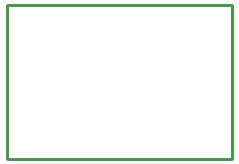
<source format=gko>
G04*
G04 #@! TF.GenerationSoftware,Altium Limited,Altium Designer,19.0.10 (269)*
G04*
G04 Layer_Color=16711935*
%FSLAX44Y44*%
%MOMM*%
G71*
G01*
G75*
%ADD22C,0.2540*%
D22*
X174600Y-108250D02*
Y21750D01*
X-15400Y-108250D02*
X174600D01*
X-15400Y21750D02*
X174600D01*
X-15400Y-108250D02*
Y21750D01*
M02*

</source>
